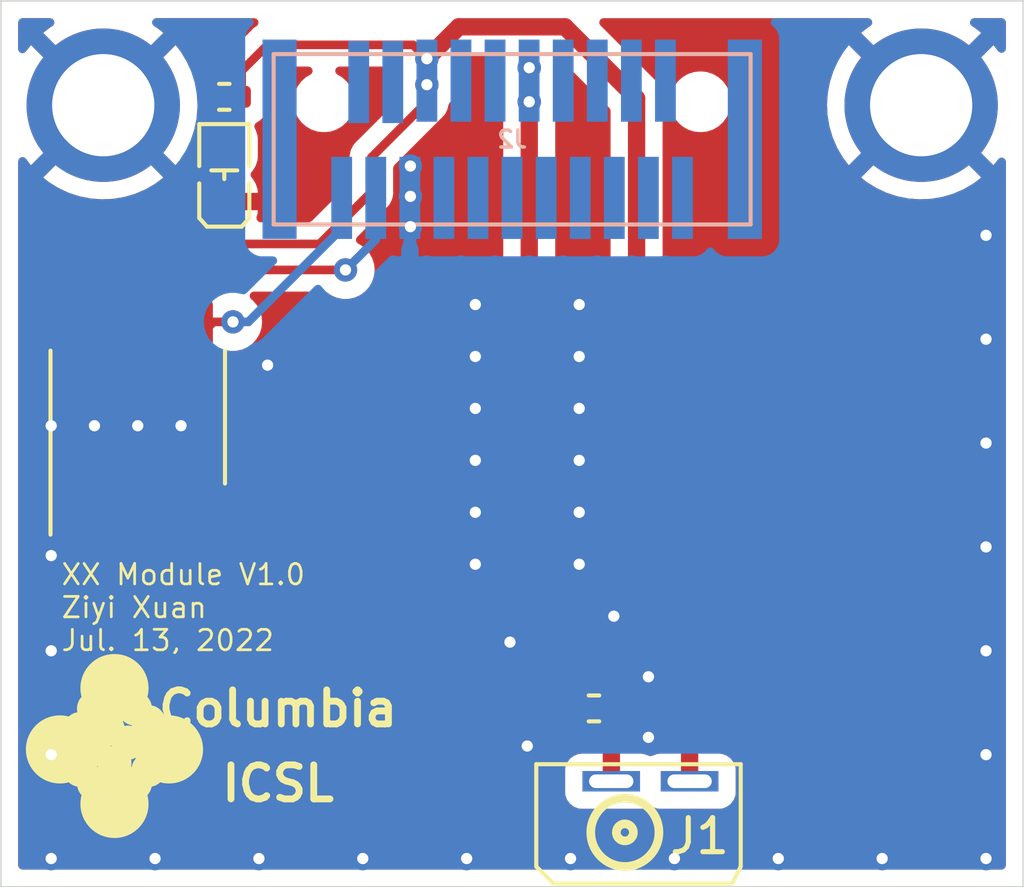
<source format=kicad_pcb>
(kicad_pcb (version 20211014) (generator pcbnew)
  (layers (0 "F.Cu" signal "Front") (1 "In1.Cu" signal) (2 "In2.Cu" signal) (31 "B.Cu" signal "Back") (34 "B.Paste" user) (35 "F.Paste" user) (36 "B.SilkS" user "B.Silkscreen") (37 "F.SilkS" user "F.Silkscreen") (38 "B.Mask" user) (39 "F.Mask" user) (44 "Edge.Cuts" user))
  (net 0 "")
  (net 1 "GND")
  (net 2 "Net-(D1-Pad2)")
  (net 3 "/3V3")
  (net 4 "/SDA_EEPROM")
  (net 5 "/~{RST}")
  (net 6 "/MISO")
  (net 7 "/MOSI")
  (net 8 "/SDA")
  (net 9 "/SCL")
  (net 10 "/SCL_EEPROM")
  (net 11 "/5V")
  (net 12 "/TXD")
  (net 13 "/Status")
  (net 14 "/A0")
  (net 15 "/RXD")
  (net 16 "/A1")
  (net 17 "/SCK")
  (net 18 "/CS")
  (footprint "ICSL:M1502-B-2545-AL-TOP" (layer "F.Cu") (at 98.048 66.986)
    (fp_text reference "H1" hide)
    (fp_text value "GND" hide)
    (pad "1" thru_hole circle locked (at -3.048 -2.986) (size 4.5 4.5) (drill 3) (layers *.Cu *.Mask) (net 1 "GND"))
  )
  (footprint "ICSL:M1502-B-2545-AL-TOP" (layer "F.Cu") (at 119 64)
    (fp_text reference "H2" hide)
    (fp_text value "GND" hide)
    (pad "1" thru_hole circle locked (at 0 0) (size 4.5 4.5) (drill 3) (layers *.Cu *.Mask) (net 1 "GND"))
  )
  (footprint "Resistor_SMD:R_0402_1005Metric" (layer "F.Cu") (at 98.552 63.754 180)
    (fp_text reference "R2" hide)
    (fp_text value "R_0402_10K")
    (fp_line (start -0.153641 -0.38) (end 0.153641 -0.38) (layer "F.SilkS") (width 0.12))
    (fp_line (start -0.153641 0.38) (end 0.153641 0.38) (layer "F.SilkS") (width 0.12))
    (pad "1" smd roundrect locked (at -0.51 0 180) (size 0.54 0.64) (layers "F.Cu" "F.Paste" "F.Mask") (net 3 "/3V3"))
    (pad "2" smd roundrect locked (at 0.51 0 180) (size 0.54 0.64) (layers "F.Cu" "F.Paste" "F.Mask") (net 2 "Net-(D1-Pad2)"))
  )
  (footprint "jlcsmt:DC-060A" (layer "F.Cu") (at 111.056 83.838 -90)
    (fp_text reference "J1" (at 1.612 -1.444 180) (layer "F.SilkS"))
    (fp_text value "DC-2.1MM")
    (fp_line (start -0.5 -2.65) (end -0.5 3.35) (layer "F.SilkS") (width 0.12))
    (fp_line (start 2.5 -2.65) (end 3 -2.4) (layer "F.SilkS") (width 0.12))
    (fp_line (start -0.5 3.35) (end 2.5 3.35) (layer "F.SilkS") (width 0.12))
    (fp_line (start 3 2.85) (end 2.5 3.35) (layer "F.SilkS") (width 0.12))
    (fp_line (start 3 -2.4) (end 3 2.85) (layer "F.SilkS") (width 0.12))
    (fp_line (start 2.5 -2.65) (end -0.5 -2.65) (layer "F.SilkS") (width 0.12))
    (fp_circle (center 1.5 0.75) (end 1.75 0.75) (layer "F.SilkS") (width 0.254) (fill none))
    (fp_circle (center 1.5 0.75) (end 2.5 0.75) (layer "F.SilkS") (width 0.254) (fill none))
    (pad "1" thru_hole rect (at 0 -1.15 270) (size 0.6 1.69) (drill oval 0.4 1.3) (layers *.Cu *.Mask) (net 3 "/3V3"))
    (pad "2" thru_hole rect (at 0 1.15 270) (size 0.6 1.69) (drill oval 0.4 1.3) (layers *.Cu *.Mask) (net 14 "/A0"))
  )
  (footprint "jlcsmt:SOIC-8_3.9x4.9mm_P1.27mm" (layer "F.Cu") (at 96.012 73.152)
    (fp_text reference "U2" hide)
    (fp_text value "EEPROM_M24C02-WMN6TP")
    (fp_line (start -2.56 0) (end -2.56 3.45) (layer "F.SilkS") (width 0.12))
    (fp_line (start 2.56 0) (end 2.56 -1.95) (layer "F.SilkS") (width 0.12))
    (fp_line (start -2.56 0) (end -2.56 -1.95) (layer "F.SilkS") (width 0.12))
    (fp_line (start 2.56 0) (end 2.56 1.95) (layer "F.SilkS") (width 0.12))
    (pad "1" smd roundrect (at -1.905 2.475 90) (size 1.95 0.6) (layers "F.Cu" "F.Paste" "F.Mask"))
    (pad "2" smd roundrect (at -0.635 2.475 90) (size 1.95 0.6) (layers "F.Cu" "F.Paste" "F.Mask"))
    (pad "3" smd roundrect (at 0.635 2.475 90) (size 1.95 0.6) (layers "F.Cu" "F.Paste" "F.Mask"))
    (pad "4" smd roundrect (at 1.905 2.475 90) (size 1.95 0.6) (layers "F.Cu" "F.Paste" "F.Mask") (net 1 "GND"))
    (pad "5" smd roundrect (at 1.905 -2.475 90) (size 1.95 0.6) (layers "F.Cu" "F.Paste" "F.Mask") (net 4 "/SDA_EEPROM"))
    (pad "6" smd roundrect (at 0.635 -2.475 90) (size 1.95 0.6) (layers "F.Cu" "F.Paste" "F.Mask") (net 10 "/SCL_EEPROM"))
    (pad "7" smd roundrect (at -0.635 -2.475 90) (size 1.95 0.6) (layers "F.Cu" "F.Paste" "F.Mask"))
    (pad "8" smd roundrect (at -1.905 -2.475 90) (size 1.95 0.6) (layers "F.Cu" "F.Paste" "F.Mask") (net 3 "/3V3"))
  )
  (footprint "ICSL:icsl_logo" (layer "F.Cu") (at 97.529001 82.704)
    (fp_text reference "U1" hide)
    (fp_text value "ICSL_LOGO" hide)
    (fp_text user "ICSL" (at 2.6 1.2) (layer "F.SilkS") (effects (font (thickness 0.2))))
    (fp_text user "Columbia" (at 2.6 -1) (layer "F.SilkS") (effects (font (thickness 0.2))))
    (fp_circle (center -1.6 1.2) (end -1.6 1.2) (layer "F.SilkS") (width 0.5) (fill none))
    (fp_circle (center -2.8 1.2) (end -2.8 1.2) (layer "F.SilkS") (width 0.5) (fill none))
    (fp_circle (center -3.2 0.8) (end -3.2 0.8) (layer "F.SilkS") (width 0.5) (fill none))
    (fp_circle (center -1.2 0.8) (end -1.2 0.8) (layer "F.SilkS") (width 0.5) (fill none))
    (fp_circle (center -2.4 -0.4) (end -2.4 -0.4) (layer "F.SilkS") (width 0.5) (fill none))
    (fp_circle (center -1.6 -1) (end -1.6 -1) (layer "F.SilkS") (width 0.5) (fill none))
    (fp_circle (center -3.2 -0.4) (end -3.2 -0.4) (layer "F.SilkS") (width 0.5) (fill none))
    (fp_circle (center -3.8 0.2) (end -3.8 0.2) (layer "F.SilkS") (width 1) (fill none))
    (fp_circle (center -1.2 -0.6) (end -1.2 -0.6) (layer "F.SilkS") (width 0.5) (fill none))
    (fp_circle (center -0.6 0.2) (end -0.6 0.2) (layer "F.SilkS") (width 1) (fill none))
    (fp_circle (center -2.8 -1) (end -2.8 -1) (layer "F.SilkS") (width 0.5) (fill none))
    (fp_circle (center -2.2 0.6) (end -2.2 0.6) (layer "F.SilkS") (width 0.5) (fill none))
    (fp_circle (center -2.8 0.2) (end -2.8 0.2) (layer "F.SilkS") (width 0.5) (fill none))
    (fp_circle (center -2.2 1.8) (end -2.2 1.8) (layer "F.SilkS") (width 1) (fill none))
    (fp_circle (center -1.8 0) (end -1.8 0) (layer "F.SilkS") (width 0.5) (fill none))
    (fp_circle (center -2.2 -1.6) (end -2.2 -1.6) (layer "F.SilkS") (width 1) (fill none))
  )
  (footprint "jlcsmt:LED_0603_1608Metric" (layer "F.Cu") (at 98.552 66.04 90)
    (fp_text reference "D1" hide)
    (fp_text value "LED_0603_Red" hide)
    (fp_line (start -1.27 0.735) (end -1.524 0.508) (layer "F.SilkS") (width 0.12))
    (fp_line (start 0.127 0) (end -0.127 0) (layer "F.SilkS") (width 0.12))
    (fp_line (start 0.127 -0.381) (end 0.127 0.381) (layer "F.SilkS") (width 0.12))
    (fp_line (start 0.254 0.735) (end 1.485 0.735) (layer "F.SilkS") (width 0.12))
    (fp_line (start -0.254 -0.735) (end -1.27 -0.735) (layer "F.SilkS") (width 0.12))
    (fp_line (start 1.485 -0.735) (end 0.254 -0.735) (layer "F.SilkS") (width 0.12))
    (fp_line (start -1.524 -0.508) (end -1.27 -0.735) (layer "F.SilkS") (width 0.12))
    (fp_line (start -1.524 0.508) (end -1.524 -0.508) (layer "F.SilkS") (width 0.12))
    (fp_line (start -1.27 0.735) (end -0.254 0.735) (layer "F.SilkS") (width 0.12))
    (fp_line (start 1.485 0.735) (end 1.485 -0.735) (layer "F.SilkS") (width 0.12))
    (pad "1" smd roundrect (at -0.7875 0 270) (size 0.875 0.95) (layers "F.Cu" "F.Paste" "F.Mask") (net 1 "GND"))
    (pad "2" smd roundrect (at 0.7875 0 270) (size 0.875 0.95) (layers "F.Cu" "F.Paste" "F.Mask") (net 2 "Net-(D1-Pad2)"))
  )
  (footprint "Resistor_SMD:R_0402_1005Metric" (layer "F.Cu") (at 109.4 81.7 180)
    (fp_text reference "R1" hide)
    (fp_text value "R_0402_100K")
    (fp_line (start -0.153641 -0.38) (end 0.153641 -0.38) (layer "F.SilkS") (width 0.12))
    (fp_line (start -0.153641 0.38) (end 0.153641 0.38) (layer "F.SilkS") (width 0.12))
    (pad "1" smd roundrect locked (at -0.51 0 180) (size 0.54 0.64) (layers "F.Cu" "F.Paste" "F.Mask") (net 14 "/A0"))
    (pad "2" smd roundrect locked (at 0.51 0 180) (size 0.54 0.64) (layers "F.Cu" "F.Paste" "F.Mask") (net 1 "GND"))
  )
  (footprint "ICSL:Amphenol_91911-31321LF_PLUG" (layer "B.Cu") (at 107 65 180)
    (fp_text reference "J2" (at 0 0) (layer "B.SilkS") (effects (font (size 0.5 0.5) (thickness 0.1)) (justify mirror)))
    (fp_text value "Amphenol_91911-31321_plug" hide)
    (fp_line (start 7 -2.5) (end 7 2.5) (layer "B.SilkS") (width 0.12))
    (fp_line (start -6.9965 2.5) (end -6.9965 -2.5) (layer "B.SilkS") (width 0.12))
    (fp_line (start -6.9965 -2.5) (end 7 -2.5) (layer "B.SilkS") (width 0.12))
    (fp_line (start 7 2.5) (end -6.9965 2.5) (layer "B.SilkS") (width 0.12))
    (pad "" np_thru_hole circle locked (at 5.5245 1.1 180) (size 0.76 0.76) (drill 0.76) (layers *.Cu *.Mask))
    (pad "" np_thru_hole circle locked (at -5.5245 1.1 180) (size 0.76 0.76) (drill 0.76) (layers *.Cu *.Mask))
    (pad "" smd rect locked (at 6.8265 0 180) (size 1 5.85) (layers "B.Cu" "B.Paste" "B.Mask"))
    (pad "" smd rect locked (at -6.8265 0 180) (size 1 5.85) (layers "B.Cu" "B.Paste" "B.Mask"))
    (pad "1" smd rect locked (at 5.0035 -1.72 180) (size 0.61 2.41) (layers "B.Cu" "B.Paste" "B.Mask") (net 4 "/SDA_EEPROM"))
    (pad "2" smd rect locked (at 4.0035 -1.72 180) (size 0.61 2.41) (layers "B.Cu" "B.Paste" "B.Mask") (net 10 "/SCL_EEPROM"))
    (pad "3" smd rect locked (at 3.0035 -1.72 180) (size 0.61 2.41) (layers "B.Cu" "B.Paste" "B.Mask") (net 1 "GND"))
    (pad "4" smd rect locked (at 2.0035 -1.72 180) (size 0.61 2.41) (layers "B.Cu" "B.Paste" "B.Mask"))
    (pad "5" smd rect locked (at 1.0035 -1.72 180) (size 0.61 2.41) (layers "B.Cu" "B.Paste" "B.Mask") (net 5 "/~{RST}"))
    (pad "6" smd rect locked (at 0.0035 -1.72 180) (size 0.61 2.41) (layers "B.Cu" "B.Paste" "B.Mask") (net 17 "/SCK"))
    (pad "7" smd rect locked (at -0.9965 -1.72 180) (size 0.61 2.41) (layers "B.Cu" "B.Paste" "B.Mask") (net 6 "/MISO"))
    (pad "8" smd rect locked (at -1.9965 -1.72 180) (size 0.61 2.41) (layers "B.Cu" "B.Paste" "B.Mask") (net 7 "/MOSI"))
    (pad "9" smd rect locked (at -2.9965 -1.72 180) (size 0.61 2.41) (layers "B.Cu" "B.Paste" "B.Mask") (net 18 "/CS"))
    (pad "10" smd rect locked (at -3.9965 -1.72 180) (size 0.61 2.41) (layers "B.Cu" "B.Paste" "B.Mask") (net 8 "/SDA"))
    (pad "11" smd rect locked (at -4.9965 -1.72 180) (size 0.61 2.41) (layers "B.Cu" "B.Paste" "B.Mask") (net 9 "/SCL"))
    (pad "12" smd rect locked (at -4.4965 1.72 180) (size 0.61 2.41) (layers "B.Cu" "B.Paste" "B.Mask"))
    (pad "13" smd rect locked (at -3.4965 1.72 180) (size 0.61 2.41) (layers "B.Cu" "B.Paste" "B.Mask") (net 15 "/RXD"))
    (pad "14" smd rect locked (at -2.4965 1.72 180) (size 0.61 2.41) (layers "B.Cu" "B.Paste" "B.Mask") (net 12 "/TXD"))
    (pad "15" smd rect locked (at -1.4965 1.72 180) (size 0.61 2.41) (layers "B.Cu" "B.Paste" "B.Mask") (net 13 "/Status"))
    (pad "16" smd rect locked (at -0.4965 1.72 180) (size 0.61 2.41) (layers "B.Cu" "B.Paste" "B.Mask") (net 14 "/A0"))
    (pad "17" smd rect locked (at 0.5035 1.72 180) (size 0.61 2.41) (layers "B.Cu" "B.Paste" "B.Mask") (net 16 "/A1"))
    (pad "18" smd rect locked (at 1.5035 1.72 180) (size 0.61 2.41) (layers "B.Cu" "B.Paste" "B.Mask"))
    (pad "19" smd rect locked (at 2.5035 1.72 180) (size 0.61 2.41) (layers "B.Cu" "B.Paste" "B.Mask") (net 3 "/3V3"))
    (pad "20" smd rect locked (at 3.5035 1.68 180) (size 0.61 2.41) (layers "B.Cu" "B.Paste" "B.Mask"))
    (pad "21" smd rect locked (at 4.5035 1.68 180) (size 0.61 2.41) (layers "B.Cu" "B.Paste" "B.Mask") (net 11 "/5V"))
  )
  (gr_line (start 121.995 60.938) (end 91.995 60.938) (layer "Edge.Cuts") (width 0.05))
  (gr_line (start 91.995 60.938) (end 91.995 86.938) (layer "Edge.Cuts") (width 0.05))
  (gr_line (start 91.995 86.938) (end 121.995 86.938) (layer "Edge.Cuts") (width 0.05))
  (gr_line (start 121.995 86.938) (end 121.995 60.938) (layer "Edge.Cuts") (width 0.05))
  (gr_text "XX Module V1.0\nZiyi Xuan\nJul. 13, 2022" (at 93.726 78.74) (layer "F.SilkS") (effects (font (size 0.6 0.6) (thickness 0.08)) (justify left)))
  (via (at 111.76 86.106) (size 0.6858) (drill 0.3302) (layers "F.Cu" "B.Cu") (net 1))
  (via (at 106.934 79.756) (size 0.6858) (drill 0.3302) (layers "F.Cu" "B.Cu") (net 1))
  (via (at 108.712 86.106) (size 0.6858) (drill 0.3302) (layers "F.Cu" "B.Cu") (net 1))
  (via (at 108.966 77.47) (size 0.6858) (drill 0.3302) (layers "F.Cu" "B.Cu") (net 1))
  (via (at 96.012 73.406) (size 0.6858) (drill 0.3302) (layers "F.Cu" "B.Cu") (net 1))
  (via (at 108.966 72.898) (size 0.6858) (drill 0.3302) (layers "F.Cu" "B.Cu") (net 1))
  (via (at 107.442 82.804) (size 0.6858) (drill 0.3302) (layers "F.Cu" "B.Cu") (net 1))
  (via (at 110.998 82.55) (size 0.6858) (drill 0.3302) (layers "F.Cu" "B.Cu") (net 1))
  (via (at 93.472 80.01) (size 0.6858) (drill 0.3302) (layers "F.Cu" "B.Cu") (net 1))
  (via (at 120.904 67.818) (size 0.6858) (drill 0.3302) (layers "F.Cu" "B.Cu") (net 1))
  (via (at 102.616 86.106) (size 0.6858) (drill 0.3302) (layers "F.Cu" "B.Cu") (net 1))
  (via (at 105.918 77.47) (size 0.6858) (drill 0.3302) (layers "F.Cu" "B.Cu") (net 1))
  (via (at 120.904 76.962) (size 0.6858) (drill 0.3302) (layers "F.Cu" "B.Cu") (net 1))
  (via (at 93.472 77.216) (size 0.6858) (drill 0.3302) (layers "F.Cu" "B.Cu") (net 1))
  (via (at 93.472 83.058) (size 0.6858) (drill 0.3302) (layers "F.Cu" "B.Cu") (net 1))
  (via (at 105.918 74.422) (size 0.6858) (drill 0.3302) (layers "F.Cu" "B.Cu") (net 1))
  (via (at 117.856 86.106) (size 0.6858) (drill 0.3302) (layers "F.Cu" "B.Cu") (net 1))
  (via (at 120.904 83.058) (size 0.6858) (drill 0.3302) (layers "F.Cu" "B.Cu") (net 1))
  (via (at 104.013 66.675) (size 0.6858) (drill 0.3302) (layers "F.Cu" "B.Cu") (net 1))
  (via (at 120.904 70.866) (size 0.6858) (drill 0.3302) (layers "F.Cu" "B.Cu") (net 1))
  (via (at 108.966 69.85) (size 0.6858) (drill 0.3302) (layers "F.Cu" "B.Cu") (net 1))
  (via (at 110.998 80.772) (size 0.6858) (drill 0.3302) (layers "F.Cu" "B.Cu") (net 1))
  (via (at 99.568 86.106) (size 0.6858) (drill 0.3302) (layers "F.Cu" "B.Cu") (net 1))
  (via (at 108.966 71.374) (size 0.6858) (drill 0.3302) (layers "F.Cu" "B.Cu") (net 1))
  (via (at 104.013 67.564) (size 0.6858) (drill 0.3302) (layers "F.Cu" "B.Cu") (net 1))
  (via (at 105.918 69.85) (size 0.6858) (drill 0.3302) (layers "F.Cu" "B.Cu") (net 1))
  (via (at 99.822 71.628) (size 0.6858) (drill 0.3302) (layers "F.Cu" "B.Cu") (net 1))
  (via (at 105.918 72.898) (size 0.6858) (drill 0.3302) (layers "F.Cu" "B.Cu") (net 1))
  (via (at 109.982 78.994) (size 0.6858) (drill 0.3302) (layers "F.Cu" "B.Cu") (net 1))
  (via (at 120.904 80.01) (size 0.6858) (drill 0.3302) (layers "F.Cu" "B.Cu") (net 1))
  (via (at 105.918 75.946) (size 0.6858) (drill 0.3302) (layers "F.Cu" "B.Cu") (net 1))
  (via (at 97.282 73.406) (size 0.6858) (drill 0.3302) (layers "F.Cu" "B.Cu") (net 1))
  (via (at 108.966 75.946) (size 0.6858) (drill 0.3302) (layers "F.Cu" "B.Cu") (net 1))
  (via (at 94.742 73.406) (size 0.6858) (drill 0.3302) (layers "F.Cu" "B.Cu") (net 1))
  (via (at 105.664 86.106) (size 0.6858) (drill 0.3302) (layers "F.Cu" "B.Cu") (net 1))
  (via (at 96.52 86.106) (size 0.6858) (drill 0.3302) (layers "F.Cu" "B.Cu") (net 1))
  (via (at 120.904 73.914) (size 0.6858) (drill 0.3302) (layers "F.Cu" "B.Cu") (net 1))
  (via (at 93.472 73.406) (size 0.6858) (drill 0.3302) (layers "F.Cu" "B.Cu") (net 1))
  (via (at 105.918 71.374) (size 0.6858) (drill 0.3302) (layers "F.Cu" "B.Cu") (net 1))
  (via (at 93.472 86.106) (size 0.6858) (drill 0.3302) (layers "F.Cu" "B.Cu") (net 1))
  (via (at 114.808 86.106) (size 0.6858) (drill 0.3302) (layers "F.Cu" "B.Cu") (net 1))
  (via (at 120.904 86.106) (size 0.6858) (drill 0.3302) (layers "F.Cu" "B.Cu") (net 1))
  (via (at 104.013 65.786) (size 0.6858) (drill 0.3302) (layers "F.Cu" "B.Cu") (net 1))
  (via (at 108.966 74.422) (size 0.6858) (drill 0.3302) (layers "F.Cu" "B.Cu") (net 1))
  (segment (start 98.042 64.514) (end 98.042 63.754) (width 0.254) (layer "F.Cu") (net 2))
  (segment (start 98.552 65.024) (end 98.042 64.514) (width 0.254) (layer "F.Cu") (net 2))
  (segment (start 98.552 65.2525) (end 98.552 65.024) (width 0.254) (layer "F.Cu") (net 2))
  (segment (start 102.87 65.53) (end 102.87 66.548) (width 0.254) (layer "F.Cu") (net 3))
  (segment (start 94.107 70.401337) (end 94.107 70.677) (width 0.254) (layer "F.Cu") (net 3))
  (segment (start 112.206 77.506) (end 112.206 83.838) (width 0.508) (layer "F.Cu") (net 3))
  (segment (start 104.4965 62.6355) (end 104.091 62.23) (width 0.254) (layer "F.Cu") (net 3))
  (segment (start 110.65 75.95) (end 112.206 77.506) (width 0.508) (layer "F.Cu") (net 3))
  (segment (start 104.4965 62.6355) (end 105.432 61.7) (width 0.508) (layer "F.Cu") (net 3))
  (segment (start 99.822 62.23) (end 99.062 62.99) (width 0.254) (layer "F.Cu") (net 3))
  (segment (start 101.346 68.072) (end 96.436337 68.072) (width 0.254) (layer "F.Cu") (net 3))
  (segment (start 96.436337 68.072) (end 94.107 70.401337) (width 0.254) (layer "F.Cu") (net 3))
  (segment (start 104.4965 63.3975) (end 104.4965 62.6355) (width 0.254) (layer "F.Cu") (net 3))
  (segment (start 99.062 62.99) (end 99.062 63.754) (width 0.254) (layer "F.Cu") (net 3))
  (segment (start 110.65 63.8) (end 110.65 75.95) (width 0.508) (layer "F.Cu") (net 3))
  (segment (start 105.432 61.7) (end 108.55 61.7) (width 0.508) (layer "F.Cu") (net 3))
  (segment (start 104.091 62.23) (end 99.822 62.23) (width 0.254) (layer "F.Cu") (net 3))
  (segment (start 108.55 61.7) (end 110.65 63.8) (width 0.508) (layer "F.Cu") (net 3))
  (segment (start 104.4965 63.3975) (end 104.4965 63.9035) (width 0.254) (layer "F.Cu") (net 3))
  (segment (start 102.87 66.548) (end 101.346 68.072) (width 0.254) (layer "F.Cu") (net 3))
  (segment (start 104.4965 63.9035) (end 102.87 65.53) (width 0.254) (layer "F.Cu") (net 3))
  (via (at 104.4965 63.3975) (size 0.6858) (drill 0.3302) (layers "F.Cu" "B.Cu") (net 3))
  (via (at 104.4965 62.6355) (size 0.6858) (drill 0.3302) (layers "F.Cu" "B.Cu") (net 3))
  (segment (start 98.806 70.358) (end 98.236 70.358) (width 0.254) (layer "F.Cu") (net 4))
  (segment (start 98.236 70.358) (end 97.917 70.677) (width 0.254) (layer "F.Cu") (net 4))
  (via (at 98.806 70.358) (size 0.6858) (drill 0.3302) (layers "F.Cu" "B.Cu") (net 4))
  (segment (start 101.9965 66.72) (end 101.9965 67.62) (width 0.254) (layer "B.Cu") (net 4))
  (segment (start 101.9965 67.62) (end 99.2585 70.358) (width 0.254) (layer "B.Cu") (net 4))
  (segment (start 99.2585 70.358) (end 98.806 70.358) (width 0.254) (layer "B.Cu") (net 4))
  (segment (start 97.282 68.834) (end 96.647 69.469) (width 0.254) (layer "F.Cu") (net 10))
  (segment (start 102.108 68.834) (end 97.282 68.834) (width 0.254) (layer "F.Cu") (net 10))
  (segment (start 96.647 69.469) (end 96.647 70.677) (width 0.254) (layer "F.Cu") (net 10))
  (via (at 102.108 68.834) (size 0.6858) (drill 0.3302) (layers "F.Cu" "B.Cu") (net 10))
  (segment (start 102.9965 67.9455) (end 102.108 68.834) (width 0.254) (layer "B.Cu") (net 10))
  (segment (start 102.9965 66.72) (end 102.9965 67.9455) (width 0.254) (layer "B.Cu") (net 10))
  (segment (start 107.5 62.9) (end 107.5 63.9) (width 0.508) (layer "F.Cu") (net 14))
  (segment (start 109.91 83.834) (end 109.906 83.838) (width 0.508) (layer "F.Cu") (net 14))
  (segment (start 109.91 80.46) (end 109.91 81.7) (width 0.508) (layer "F.Cu") (net 14))
  (segment (start 107.5 63.9) (end 107.5 78.05) (width 0.508) (layer "F.Cu") (net 14))
  (segment (start 109.91 81.7) (end 109.91 83.834) (width 0.508) (layer "F.Cu") (net 14))
  (segment (start 107.5 78.05) (end 109.91 80.46) (width 0.508) (layer "F.Cu") (net 14))
  (via (at 107.5 63.9) (size 0.6858) (drill 0.3302) (layers "F.Cu" "B.Cu") (net 14))
  (via (at 107.5 62.9) (size 0.6858) (drill 0.3302) (layers "F.Cu" "B.Cu") (net 14))
  (segment (start 107.5 62.9) (end 107.4965 62.9035) (width 0.254) (layer "B.Cu") (net 14))
  (segment (start 107.4965 62.9035) (end 107.4965 63.28) (width 0.254) (layer "B.Cu") (net 14))
  (zone (net 1) (net_name "GND") (layer "F.Cu") (priority 1) (connect_pads (clearance 0.508)) (min_thickness 0.254) (fill yes (thermal_gap 0.508) (thermal_bridge_width 0.508))
    (polygon (pts (xy 121.495 86.438) (xy 92.495 86.438) (xy 92.495 61.438) (xy 121.495 61.438)))
  )
  (zone (net 1) (net_name "GND") (layer "B.Cu") (priority 1) (connect_pads (clearance 0.508)) (min_thickness 0.254) (fill yes (thermal_gap 0.508) (thermal_bridge_width 0.508))
    (polygon (pts (xy 121.495 86.438) (xy 92.495 86.438) (xy 92.495 61.438) (xy 121.495 61.438)))
  )
)
</source>
